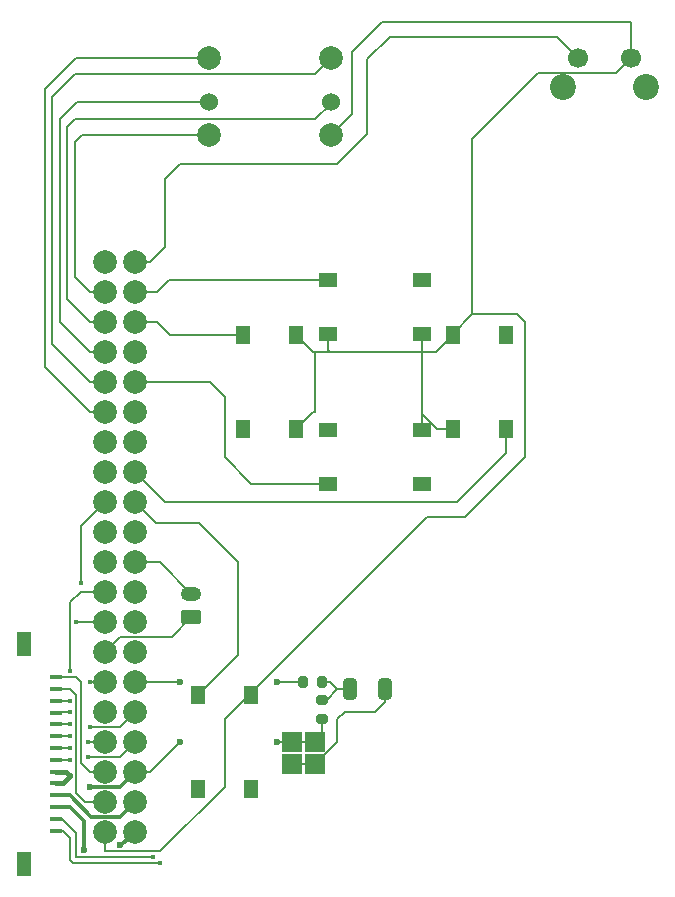
<source format=gtl>
%TF.GenerationSoftware,KiCad,Pcbnew,7.0.2-0*%
%TF.CreationDate,2025-01-26T18:28:18-07:00*%
%TF.ProjectId,RightMB,52696768-744d-4422-9e6b-696361645f70,rev?*%
%TF.SameCoordinates,Original*%
%TF.FileFunction,Copper,L1,Top*%
%TF.FilePolarity,Positive*%
%FSLAX46Y46*%
G04 Gerber Fmt 4.6, Leading zero omitted, Abs format (unit mm)*
G04 Created by KiCad (PCBNEW 7.0.2-0) date 2025-01-26 18:28:18*
%MOMM*%
%LPD*%
G01*
G04 APERTURE LIST*
G04 Aperture macros list*
%AMRoundRect*
0 Rectangle with rounded corners*
0 $1 Rounding radius*
0 $2 $3 $4 $5 $6 $7 $8 $9 X,Y pos of 4 corners*
0 Add a 4 corners polygon primitive as box body*
4,1,4,$2,$3,$4,$5,$6,$7,$8,$9,$2,$3,0*
0 Add four circle primitives for the rounded corners*
1,1,$1+$1,$2,$3*
1,1,$1+$1,$4,$5*
1,1,$1+$1,$6,$7*
1,1,$1+$1,$8,$9*
0 Add four rect primitives between the rounded corners*
20,1,$1+$1,$2,$3,$4,$5,0*
20,1,$1+$1,$4,$5,$6,$7,0*
20,1,$1+$1,$6,$7,$8,$9,0*
20,1,$1+$1,$8,$9,$2,$3,0*%
G04 Aperture macros list end*
%TA.AperFunction,ComponentPad*%
%ADD10C,2.200000*%
%TD*%
%TA.AperFunction,ComponentPad*%
%ADD11C,1.700000*%
%TD*%
%TA.AperFunction,SMDPad,CuDef*%
%ADD12R,1.300000X1.550000*%
%TD*%
%TA.AperFunction,ComponentPad*%
%ADD13R,1.700000X1.700000*%
%TD*%
%TA.AperFunction,SMDPad,CuDef*%
%ADD14RoundRect,0.250000X-0.325000X-0.650000X0.325000X-0.650000X0.325000X0.650000X-0.325000X0.650000X0*%
%TD*%
%TA.AperFunction,SMDPad,CuDef*%
%ADD15RoundRect,0.200000X0.275000X-0.200000X0.275000X0.200000X-0.275000X0.200000X-0.275000X-0.200000X0*%
%TD*%
%TA.AperFunction,ComponentPad*%
%ADD16C,2.000000*%
%TD*%
%TA.AperFunction,ComponentPad*%
%ADD17C,1.524000*%
%TD*%
%TA.AperFunction,SMDPad,CuDef*%
%ADD18RoundRect,0.200000X-0.200000X-0.275000X0.200000X-0.275000X0.200000X0.275000X-0.200000X0.275000X0*%
%TD*%
%TA.AperFunction,SMDPad,CuDef*%
%ADD19R,1.550000X1.300000*%
%TD*%
%TA.AperFunction,SMDPad,CuDef*%
%ADD20R,1.000000X0.400000*%
%TD*%
%TA.AperFunction,SMDPad,CuDef*%
%ADD21R,1.300000X2.000000*%
%TD*%
%TA.AperFunction,ComponentPad*%
%ADD22RoundRect,0.250000X0.625000X-0.350000X0.625000X0.350000X-0.625000X0.350000X-0.625000X-0.350000X0*%
%TD*%
%TA.AperFunction,ComponentPad*%
%ADD23O,1.750000X1.200000*%
%TD*%
%TA.AperFunction,ViaPad*%
%ADD24C,0.400000*%
%TD*%
%TA.AperFunction,ViaPad*%
%ADD25C,0.600000*%
%TD*%
%TA.AperFunction,Conductor*%
%ADD26C,0.200000*%
%TD*%
%TA.AperFunction,Conductor*%
%ADD27C,0.300000*%
%TD*%
%TA.AperFunction,Conductor*%
%ADD28C,0.400000*%
%TD*%
G04 APERTURE END LIST*
D10*
%TO.P,REF\u002A\u002A,*%
%TO.N,*%
X252187000Y-67778000D03*
X259187000Y-67778000D03*
D11*
%TO.P,REF\u002A\u002A,Out*%
%TO.N,N/C*%
X253437000Y-65278000D03*
%TO.P,REF\u002A\u002A,VCC*%
X257937000Y-65278000D03*
%TD*%
D12*
%TO.P,Y,1*%
%TO.N,N/C*%
X229580000Y-88735000D03*
X229580000Y-96685000D03*
%TO.P,Y,2*%
X225080000Y-88735000D03*
X225080000Y-96685000D03*
%TD*%
D13*
%TO.P,,SPKR*%
%TO.N,N/C*%
X231140000Y-125095000D03*
%TD*%
D14*
%TO.P,33 nF,1*%
%TO.N,N/C*%
X234110000Y-118745000D03*
%TO.P,33 nF,2*%
X237060000Y-118745000D03*
%TD*%
D12*
%TO.P,A,1*%
%TO.N,N/C*%
X247360000Y-88735000D03*
X247360000Y-96685000D03*
%TO.P,A,2*%
X242860000Y-88735000D03*
X242860000Y-96685000D03*
%TD*%
D15*
%TO.P,150,1*%
%TO.N,N/C*%
X231775000Y-121285000D03*
%TO.P,150,2*%
X231775000Y-119635000D03*
%TD*%
D16*
%TO.P,REF\u002A\u002A,Cen*%
%TO.N,N/C*%
X232480000Y-65320000D03*
D17*
%TO.P,REF\u002A\u002A,E*%
X232480000Y-69020000D03*
D16*
%TO.P,REF\u002A\u002A,N*%
X222180000Y-65320000D03*
%TO.P,REF\u002A\u002A,S*%
X222180000Y-71820000D03*
%TO.P,REF\u002A\u002A,VCC*%
X232480000Y-71820000D03*
D17*
%TO.P,REF\u002A\u002A,W*%
X222180000Y-69020000D03*
%TD*%
D13*
%TO.P,,GND*%
%TO.N,N/C*%
X231140000Y-123190000D03*
%TD*%
D12*
%TO.P,Home,1*%
%TO.N,N/C*%
X225770000Y-119215000D03*
X225770000Y-127165000D03*
%TO.P,Home,2*%
X221270000Y-119215000D03*
X221270000Y-127165000D03*
%TD*%
D13*
%TO.P,,GND*%
%TO.N,N/C*%
X229235000Y-123190000D03*
%TD*%
%TO.P,,GND*%
%TO.N,N/C*%
X229235000Y-123190000D03*
%TD*%
D18*
%TO.P,270,1*%
%TO.N,N/C*%
X230125000Y-118110000D03*
%TO.P,270,2*%
X231775000Y-118110000D03*
%TD*%
D19*
%TO.P,B,1*%
%TO.N,N/C*%
X232245000Y-96810000D03*
X240195000Y-96810000D03*
%TO.P,B,2*%
X232245000Y-101310000D03*
X240195000Y-101310000D03*
%TD*%
D20*
%TO.P,FPC,1*%
%TO.N,N/C*%
X209190000Y-117706000D03*
%TO.P,FPC,2*%
X209190000Y-118706000D03*
%TO.P,FPC,3*%
X209190000Y-119706000D03*
%TO.P,FPC,4*%
X209190000Y-120706000D03*
%TO.P,FPC,5*%
X209190000Y-121706000D03*
%TO.P,FPC,6*%
X209190000Y-122706000D03*
%TO.P,FPC,7*%
X209190000Y-123706000D03*
%TO.P,FPC,8*%
X209190000Y-124706000D03*
%TO.P,FPC,9*%
X209190000Y-125706000D03*
%TO.P,FPC,10*%
X209190000Y-126706000D03*
%TO.P,FPC,11*%
X209190000Y-127706000D03*
%TO.P,FPC,12*%
X209190000Y-128706000D03*
%TO.P,FPC,13*%
X209190000Y-129706000D03*
%TO.P,FPC,14*%
X209190000Y-130706000D03*
D21*
%TO.P,FPC,MP*%
X206490000Y-114906000D03*
X206490000Y-133506000D03*
%TD*%
D22*
%TO.P,REF\u002A\u002A,1*%
%TO.N,N/C*%
X220684000Y-112633000D03*
D23*
%TO.P,REF\u002A\u002A,2*%
X220684000Y-110633000D03*
%TD*%
D19*
%TO.P,X,1*%
%TO.N,N/C*%
X232245000Y-84110000D03*
X240195000Y-84110000D03*
%TO.P,X,2*%
X232245000Y-88610000D03*
X240195000Y-88610000D03*
%TD*%
D13*
%TO.P,,SPKR*%
%TO.N,N/C*%
X229235000Y-125095000D03*
%TD*%
D16*
%TO.P,REF\u002A\u002A,1*%
%TO.N,N/C*%
X213360000Y-130810000D03*
%TO.P,REF\u002A\u002A,2*%
X215900000Y-130810000D03*
%TO.P,REF\u002A\u002A,3*%
X213360000Y-128270000D03*
%TO.P,REF\u002A\u002A,4*%
X215900000Y-128270000D03*
%TO.P,REF\u002A\u002A,5*%
X213360000Y-125730000D03*
%TO.P,REF\u002A\u002A,6*%
X215900000Y-125730000D03*
%TO.P,REF\u002A\u002A,7*%
X213360000Y-123190000D03*
%TO.P,REF\u002A\u002A,8*%
X215900000Y-123190000D03*
%TO.P,REF\u002A\u002A,9*%
X213360000Y-120650000D03*
%TO.P,REF\u002A\u002A,10*%
X215900000Y-120650000D03*
%TO.P,REF\u002A\u002A,11*%
X213360000Y-118110000D03*
%TO.P,REF\u002A\u002A,12*%
X215900000Y-118110000D03*
%TO.P,REF\u002A\u002A,13*%
X213360000Y-115570000D03*
%TO.P,REF\u002A\u002A,14*%
X215900000Y-115570000D03*
%TO.P,REF\u002A\u002A,15*%
X213360000Y-113030000D03*
%TO.P,REF\u002A\u002A,16*%
X215900000Y-113030000D03*
%TO.P,REF\u002A\u002A,17*%
X213360000Y-110490000D03*
%TO.P,REF\u002A\u002A,18*%
X215900000Y-110490000D03*
%TO.P,REF\u002A\u002A,19*%
X213360000Y-107950000D03*
%TO.P,REF\u002A\u002A,20*%
X215900000Y-107950000D03*
%TO.P,REF\u002A\u002A,21*%
X213360000Y-105410000D03*
%TO.P,REF\u002A\u002A,22*%
X215900000Y-105410000D03*
%TO.P,REF\u002A\u002A,23*%
X213360000Y-102870000D03*
%TO.P,REF\u002A\u002A,24*%
X215900000Y-102870000D03*
%TO.P,REF\u002A\u002A,25*%
X213360000Y-100330000D03*
%TO.P,REF\u002A\u002A,26*%
X215900000Y-100330000D03*
%TO.P,REF\u002A\u002A,27*%
X213360000Y-97790000D03*
%TO.P,REF\u002A\u002A,28*%
X215900000Y-97790000D03*
%TO.P,REF\u002A\u002A,29*%
X213360000Y-95250000D03*
%TO.P,REF\u002A\u002A,30*%
X215900000Y-95250000D03*
%TO.P,REF\u002A\u002A,31*%
X213360000Y-92710000D03*
%TO.P,REF\u002A\u002A,32*%
X215900000Y-92710000D03*
%TO.P,REF\u002A\u002A,33*%
X213360000Y-90170000D03*
%TO.P,REF\u002A\u002A,34*%
X215900000Y-90170000D03*
%TO.P,REF\u002A\u002A,35*%
X213360000Y-87630000D03*
%TO.P,REF\u002A\u002A,36*%
X215900000Y-87630000D03*
%TO.P,REF\u002A\u002A,37*%
X213360000Y-85090000D03*
%TO.P,REF\u002A\u002A,38*%
X215900000Y-85090000D03*
%TO.P,REF\u002A\u002A,39*%
X213360000Y-82550000D03*
%TO.P,REF\u002A\u002A,40*%
X215900000Y-82550000D03*
%TD*%
D24*
%TO.N,*%
X210439000Y-124714000D03*
X210439000Y-121666000D03*
X210439000Y-117221000D03*
X210439000Y-123698000D03*
D25*
X219710000Y-123190000D03*
D24*
X218059000Y-133477000D03*
D25*
X219710000Y-118110000D03*
D24*
X210439000Y-119706000D03*
X212090000Y-118110000D03*
D25*
X212090000Y-127000000D03*
X211582000Y-132334000D03*
X227965000Y-123190000D03*
D24*
X212090000Y-121920000D03*
X217424000Y-132969000D03*
D25*
X227965000Y-118110000D03*
D24*
X211328000Y-109702600D03*
X210439000Y-120650000D03*
X211963000Y-124460000D03*
X210439000Y-122682000D03*
X211963000Y-123190000D03*
D25*
X214630000Y-131953000D03*
D24*
X210947000Y-113030000D03*
D25*
X210439000Y-126111000D03*
%TD*%
D26*
%TO.N,*%
X247360000Y-98715000D02*
X243205000Y-102870000D01*
X211963000Y-124460000D02*
X214630000Y-124460000D01*
X210820000Y-70485000D02*
X231140000Y-70485000D01*
D27*
X214757000Y-131953000D02*
X215900000Y-130810000D01*
D26*
X215900000Y-92710000D02*
X222250000Y-92710000D01*
X212090000Y-85090000D02*
X210820000Y-83820000D01*
X210947000Y-132969000D02*
X210947000Y-130937000D01*
X240195000Y-95415000D02*
X240195000Y-88610000D01*
X210820000Y-66675000D02*
X231125000Y-66675000D01*
X241465000Y-96685000D02*
X242860000Y-96685000D01*
X208280000Y-91440000D02*
X208280000Y-67945000D01*
X213360000Y-130810000D02*
X213360000Y-132461000D01*
X225590000Y-119215000D02*
X225770000Y-119215000D01*
X256667000Y-66548000D02*
X257937000Y-65278000D01*
X257937000Y-62357000D02*
X257937000Y-65278000D01*
X231140000Y-125095000D02*
X229235000Y-125095000D01*
D28*
X209190000Y-126706000D02*
X209844000Y-126706000D01*
D27*
X215900000Y-128270000D02*
X214630000Y-129540000D01*
D26*
X212090000Y-118110000D02*
X213360000Y-118110000D01*
X231775000Y-121285000D02*
X231775000Y-122555000D01*
X210185000Y-71120000D02*
X210820000Y-70485000D01*
X241425000Y-90170000D02*
X242860000Y-88735000D01*
X213360000Y-87630000D02*
X212090000Y-87630000D01*
X242860000Y-88735000D02*
X242860000Y-88610000D01*
X247360000Y-96685000D02*
X247360000Y-98715000D01*
X209198000Y-124714000D02*
X209190000Y-124706000D01*
X210439000Y-122682000D02*
X209214000Y-122682000D01*
X215900000Y-82550000D02*
X217170000Y-82550000D01*
X212090000Y-125730000D02*
X211328000Y-124968000D01*
X210820000Y-72390000D02*
X211390000Y-71820000D01*
X240665000Y-104140000D02*
X225770000Y-119035000D01*
X219017000Y-114300000D02*
X220684000Y-112633000D01*
X242860000Y-88610000D02*
X244475000Y-86995000D01*
X257810000Y-62230000D02*
X257937000Y-62357000D01*
X209827000Y-130706000D02*
X210439000Y-131318000D01*
X210439000Y-133223000D02*
X210693000Y-133477000D01*
X213360000Y-90170000D02*
X212090000Y-90170000D01*
X211328000Y-118110000D02*
X210924000Y-117706000D01*
X234315000Y-64770000D02*
X236855000Y-62230000D01*
X231015000Y-95250000D02*
X229580000Y-96685000D01*
X211328000Y-124968000D02*
X211328000Y-118110000D01*
X250063000Y-66548000D02*
X244475000Y-72136000D01*
X217424000Y-132969000D02*
X210947000Y-132969000D01*
X225770000Y-119035000D02*
X225770000Y-119215000D01*
X218440000Y-102870000D02*
X215900000Y-100330000D01*
X235585000Y-65405000D02*
X237490000Y-63500000D01*
X210905000Y-65320000D02*
X222180000Y-65320000D01*
X221270000Y-119215000D02*
X224663000Y-115822000D01*
X211328000Y-110490000D02*
X213360000Y-110490000D01*
X217805000Y-85090000D02*
X218785000Y-84110000D01*
X209190000Y-130706000D02*
X209827000Y-130706000D01*
X212090000Y-92710000D02*
X208915000Y-89535000D01*
X211015000Y-69020000D02*
X222180000Y-69020000D01*
X210185000Y-85725000D02*
X210185000Y-71120000D01*
X211963000Y-123190000D02*
X213360000Y-123190000D01*
X210947000Y-119253000D02*
X210400000Y-118706000D01*
D27*
X214630000Y-129540000D02*
X212217000Y-129540000D01*
D26*
X233680000Y-120650000D02*
X233045000Y-121285000D01*
X214630000Y-124460000D02*
X215900000Y-123190000D01*
X210947000Y-113030000D02*
X213360000Y-113030000D01*
X227965000Y-118110000D02*
X230125000Y-118110000D01*
D27*
X209190000Y-128706000D02*
X210384000Y-128706000D01*
D26*
X219710000Y-74295000D02*
X233045000Y-74295000D01*
X232410000Y-90170000D02*
X231140000Y-90170000D01*
D27*
X211582000Y-132334000D02*
X211582000Y-132207000D01*
D26*
X233045000Y-118745000D02*
X232410000Y-118110000D01*
X248285000Y-86995000D02*
X248920000Y-87630000D01*
D27*
X214630000Y-131953000D02*
X214757000Y-131953000D01*
D26*
X244475000Y-86995000D02*
X248285000Y-86995000D01*
X231140000Y-70485000D02*
X232480000Y-69145000D01*
X233045000Y-118745000D02*
X234110000Y-118745000D01*
X222250000Y-92710000D02*
X223520000Y-93980000D01*
X212090000Y-90170000D02*
X209550000Y-87630000D01*
X236855000Y-62230000D02*
X257810000Y-62230000D01*
X237060000Y-118745000D02*
X237060000Y-119810000D01*
X233045000Y-121285000D02*
X233045000Y-123190000D01*
X215900000Y-107950000D02*
X218001000Y-107950000D01*
X213360000Y-92710000D02*
X212090000Y-92710000D01*
X212090000Y-87630000D02*
X210185000Y-85725000D01*
X218440000Y-81280000D02*
X218440000Y-75565000D01*
X243840000Y-104140000D02*
X240665000Y-104140000D01*
X232410000Y-90170000D02*
X241425000Y-90170000D01*
X248920000Y-87630000D02*
X248920000Y-99060000D01*
X208915000Y-68580000D02*
X210820000Y-66675000D01*
X210947000Y-130937000D02*
X209716000Y-129706000D01*
X211328000Y-109702600D02*
X211328000Y-104902000D01*
X233045000Y-74295000D02*
X235585000Y-71755000D01*
X234315000Y-69985000D02*
X234315000Y-64770000D01*
X231140000Y-95250000D02*
X231015000Y-95250000D01*
X210820000Y-83820000D02*
X210820000Y-72390000D01*
X210439000Y-111379000D02*
X211328000Y-110490000D01*
X209198000Y-123698000D02*
X209190000Y-123706000D01*
X237060000Y-119810000D02*
X236220000Y-120650000D01*
X219710000Y-118110000D02*
X215900000Y-118110000D01*
X210439000Y-131318000D02*
X210439000Y-133223000D01*
X231775000Y-122555000D02*
X231140000Y-123190000D01*
X219710000Y-123190000D02*
X217170000Y-125730000D01*
X240195000Y-95415000D02*
X241465000Y-96685000D01*
X227965000Y-123190000D02*
X231140000Y-123190000D01*
D28*
X209844000Y-126706000D02*
X210439000Y-126111000D01*
D26*
X233045000Y-123190000D02*
X231140000Y-125095000D01*
X237490000Y-63500000D02*
X251659000Y-63500000D01*
X217805000Y-87630000D02*
X218910000Y-88735000D01*
X208280000Y-67945000D02*
X210905000Y-65320000D01*
X243205000Y-102870000D02*
X218440000Y-102870000D01*
X231125000Y-66675000D02*
X232480000Y-65320000D01*
X210439000Y-119706000D02*
X209190000Y-119706000D01*
X211328000Y-104902000D02*
X213360000Y-102870000D01*
X211709000Y-128270000D02*
X210947000Y-127508000D01*
X210439000Y-117221000D02*
X210439000Y-111379000D01*
X214630000Y-121920000D02*
X215900000Y-120650000D01*
X212090000Y-95250000D02*
X208280000Y-91440000D01*
X223520000Y-93980000D02*
X223520000Y-99060000D01*
D28*
X210034000Y-125706000D02*
X210439000Y-126111000D01*
D27*
X211582000Y-129904000D02*
X211582000Y-132334000D01*
D26*
X223520000Y-99060000D02*
X225770000Y-101310000D01*
X223520000Y-127000000D02*
X223520000Y-121285000D01*
X212090000Y-125730000D02*
X213360000Y-125730000D01*
X248920000Y-99060000D02*
X243840000Y-104140000D01*
X209550000Y-70485000D02*
X211015000Y-69020000D01*
X232245000Y-90005000D02*
X232245000Y-88610000D01*
X232480000Y-69145000D02*
X232480000Y-69020000D01*
X209214000Y-122682000D02*
X209190000Y-122706000D01*
X210947000Y-127508000D02*
X210947000Y-119253000D01*
X218059000Y-132461000D02*
X223520000Y-127000000D01*
X244475000Y-72136000D02*
X244475000Y-86995000D01*
D27*
X214630000Y-127000000D02*
X215900000Y-125730000D01*
D28*
X209190000Y-125706000D02*
X210034000Y-125706000D01*
D26*
X208915000Y-89535000D02*
X208915000Y-68580000D01*
X213360000Y-95250000D02*
X212090000Y-95250000D01*
D27*
X212217000Y-129540000D02*
X210383000Y-127706000D01*
D26*
X231140000Y-90170000D02*
X231015000Y-90170000D01*
X210693000Y-133477000D02*
X218059000Y-133477000D01*
X210439000Y-121666000D02*
X209230000Y-121666000D01*
X218440000Y-75565000D02*
X219710000Y-74295000D01*
X232480000Y-71820000D02*
X234315000Y-69985000D01*
X218910000Y-88735000D02*
X225080000Y-88735000D01*
X209246000Y-120650000D02*
X209190000Y-120706000D01*
X210924000Y-117706000D02*
X209190000Y-117706000D01*
X233045000Y-118745000D02*
X232155000Y-119635000D01*
D27*
X210383000Y-127706000D02*
X209190000Y-127706000D01*
D26*
X211390000Y-71820000D02*
X222180000Y-71820000D01*
X231140000Y-90170000D02*
X231140000Y-95250000D01*
X217805000Y-85090000D02*
X215900000Y-85090000D01*
X223520000Y-121285000D02*
X225590000Y-119215000D01*
X210439000Y-123698000D02*
X209198000Y-123698000D01*
X209716000Y-129706000D02*
X209190000Y-129706000D01*
D27*
X210384000Y-128706000D02*
X211582000Y-129904000D01*
D26*
X231015000Y-90170000D02*
X229580000Y-88735000D01*
X224663000Y-115822000D02*
X224663000Y-107950000D01*
X213360000Y-85090000D02*
X212090000Y-85090000D01*
X221361000Y-104648000D02*
X217678000Y-104648000D01*
X251659000Y-63500000D02*
X253437000Y-65278000D01*
X236220000Y-120650000D02*
X233680000Y-120650000D01*
X213360000Y-115570000D02*
X214630000Y-114300000D01*
X217170000Y-125730000D02*
X215900000Y-125730000D01*
X213360000Y-128270000D02*
X211709000Y-128270000D01*
X232155000Y-119635000D02*
X231775000Y-119635000D01*
X225770000Y-101310000D02*
X232245000Y-101310000D01*
X212090000Y-121920000D02*
X214630000Y-121920000D01*
X213360000Y-132461000D02*
X218059000Y-132461000D01*
D27*
X212090000Y-127000000D02*
X214630000Y-127000000D01*
D26*
X224663000Y-107950000D02*
X221361000Y-104648000D01*
X217170000Y-82550000D02*
X218440000Y-81280000D01*
X217678000Y-104648000D02*
X215900000Y-102870000D01*
X250063000Y-66548000D02*
X256667000Y-66548000D01*
X210400000Y-118706000D02*
X209190000Y-118706000D01*
X232410000Y-90170000D02*
X232245000Y-90005000D01*
X210439000Y-120650000D02*
X209246000Y-120650000D01*
X217805000Y-87630000D02*
X215900000Y-87630000D01*
X209230000Y-121666000D02*
X209190000Y-121706000D01*
X214630000Y-114300000D02*
X219017000Y-114300000D01*
X218785000Y-84110000D02*
X232245000Y-84110000D01*
X218001000Y-107950000D02*
X220684000Y-110633000D01*
X209550000Y-87630000D02*
X209550000Y-70485000D01*
X232410000Y-118110000D02*
X231775000Y-118110000D01*
X240195000Y-95415000D02*
X240195000Y-96810000D01*
X235585000Y-71755000D02*
X235585000Y-65405000D01*
X210439000Y-124714000D02*
X209198000Y-124714000D01*
%TD*%
M02*

</source>
